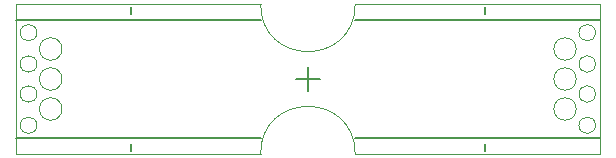
<source format=gbr>
%TF.GenerationSoftware,KiCad,Pcbnew,6.0.11-2627ca5db0~126~ubuntu20.04.1*%
%TF.CreationDate,2024-03-14T22:39:25-05:00*%
%TF.ProjectId,suqtagon-side,73757174-6167-46f6-9e2d-736964652e6b,rev?*%
%TF.SameCoordinates,Original*%
%TF.FileFunction,Legend,Top*%
%TF.FilePolarity,Positive*%
%FSLAX46Y46*%
G04 Gerber Fmt 4.6, Leading zero omitted, Abs format (unit mm)*
G04 Created by KiCad (PCBNEW 6.0.11-2627ca5db0~126~ubuntu20.04.1) date 2024-03-14 22:39:25*
%MOMM*%
%LPD*%
G01*
G04 APERTURE LIST*
%ADD10C,0.150000*%
%TA.AperFunction,Profile*%
%ADD11C,0.100000*%
%TD*%
%ADD12C,0.120000*%
G04 APERTURE END LIST*
D10*
X139750000Y-111840000D02*
X139750000Y-112440000D01*
X100000000Y-111320000D02*
X120750000Y-111320000D01*
X109750000Y-100200000D02*
X109750000Y-100800000D01*
X123750000Y-106320000D02*
X125750000Y-106320000D01*
X124750000Y-105320000D02*
X124750000Y-107320000D01*
X139750000Y-100200000D02*
X139750000Y-100800000D01*
X109750000Y-111840000D02*
X109750000Y-112440000D01*
X100000000Y-101320000D02*
X120750000Y-101320000D01*
X128750000Y-101320000D02*
X149500000Y-101320000D01*
X128750000Y-111320000D02*
X149500000Y-111320000D01*
D11*
X120750000Y-100000000D02*
G75*
G03*
X128750000Y-100000000I4000000J0D01*
G01*
X128750000Y-100000000D02*
X149500000Y-100000000D01*
X100000000Y-100000000D02*
X120750000Y-100000000D01*
X100000000Y-112640000D02*
X120750000Y-112640000D01*
X128750000Y-112640000D02*
X149500000Y-112640000D01*
X149500000Y-100000000D02*
X149500000Y-112640000D01*
X128750000Y-112640000D02*
G75*
G03*
X120750000Y-112640000I-4000000J0D01*
G01*
X100000000Y-100000000D02*
X100000000Y-112640000D01*
D12*
%TO.C,REF\u002A\u002A*%
X149100000Y-110240000D02*
G75*
G03*
X149100000Y-110240000I-700000J0D01*
G01*
X103925000Y-106320000D02*
G75*
G03*
X103925000Y-106320000I-950000J0D01*
G01*
X149100000Y-102400000D02*
G75*
G03*
X149100000Y-102400000I-700000J0D01*
G01*
X149100000Y-107590000D02*
G75*
G03*
X149100000Y-107590000I-700000J0D01*
G01*
X101800000Y-110240000D02*
G75*
G03*
X101800000Y-110240000I-700000J0D01*
G01*
X103925000Y-103780000D02*
G75*
G03*
X103925000Y-103780000I-950000J0D01*
G01*
X101800000Y-102400000D02*
G75*
G03*
X101800000Y-102400000I-700000J0D01*
G01*
X147475000Y-103780000D02*
G75*
G03*
X147475000Y-103780000I-950000J0D01*
G01*
X101800000Y-107590000D02*
G75*
G03*
X101800000Y-107590000I-700000J0D01*
G01*
X103925000Y-108860000D02*
G75*
G03*
X103925000Y-108860000I-950000J0D01*
G01*
X149100000Y-105050000D02*
G75*
G03*
X149100000Y-105050000I-700000J0D01*
G01*
X101800000Y-105050000D02*
G75*
G03*
X101800000Y-105050000I-700000J0D01*
G01*
X147475000Y-108860000D02*
G75*
G03*
X147475000Y-108860000I-950000J0D01*
G01*
X147475000Y-106320000D02*
G75*
G03*
X147475000Y-106320000I-950000J0D01*
G01*
%TD*%
M02*

</source>
